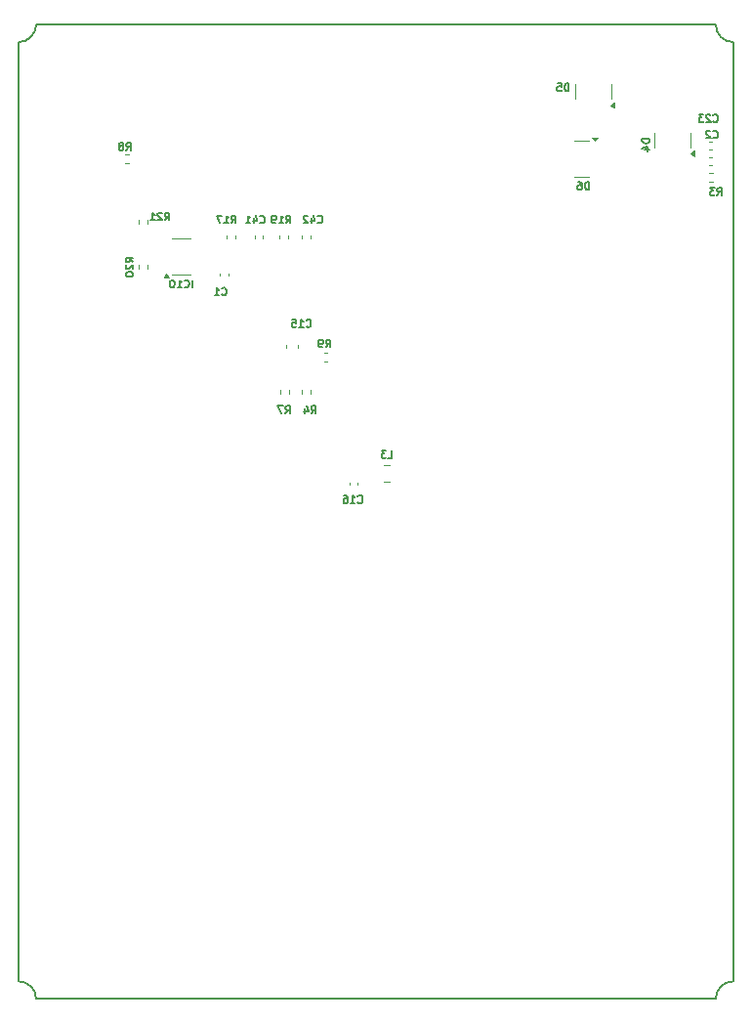
<source format=gbr>
%TF.GenerationSoftware,KiCad,Pcbnew,9.0.2*%
%TF.CreationDate,2025-07-11T15:34:56+01:00*%
%TF.ProjectId,FastStepper,46617374-5374-4657-9070-65722e6b6963,rev?*%
%TF.SameCoordinates,PX71f712cPY8e18f40*%
%TF.FileFunction,Legend,Bot*%
%TF.FilePolarity,Positive*%
%FSLAX46Y46*%
G04 Gerber Fmt 4.6, Leading zero omitted, Abs format (unit mm)*
G04 Created by KiCad (PCBNEW 9.0.2) date 2025-07-11 15:34:56*
%MOMM*%
%LPD*%
G01*
G04 APERTURE LIST*
%ADD10C,0.152400*%
%ADD11C,0.120000*%
%TA.AperFunction,Profile*%
%ADD12C,0.152400*%
%TD*%
%TA.AperFunction,Profile*%
%ADD13C,0.150000*%
%TD*%
G04 APERTURE END LIST*
D10*
X9927588Y63843943D02*
X9613112Y64064076D01*
X9927588Y64221314D02*
X9267188Y64221314D01*
X9267188Y64221314D02*
X9267188Y63969733D01*
X9267188Y63969733D02*
X9298636Y63906838D01*
X9298636Y63906838D02*
X9330083Y63875391D01*
X9330083Y63875391D02*
X9392979Y63843943D01*
X9392979Y63843943D02*
X9487321Y63843943D01*
X9487321Y63843943D02*
X9550217Y63875391D01*
X9550217Y63875391D02*
X9581664Y63906838D01*
X9581664Y63906838D02*
X9613112Y63969733D01*
X9613112Y63969733D02*
X9613112Y64221314D01*
X9330083Y63592362D02*
X9298636Y63560914D01*
X9298636Y63560914D02*
X9267188Y63498019D01*
X9267188Y63498019D02*
X9267188Y63340781D01*
X9267188Y63340781D02*
X9298636Y63277886D01*
X9298636Y63277886D02*
X9330083Y63246438D01*
X9330083Y63246438D02*
X9392979Y63214991D01*
X9392979Y63214991D02*
X9455874Y63214991D01*
X9455874Y63214991D02*
X9550217Y63246438D01*
X9550217Y63246438D02*
X9927588Y63623810D01*
X9927588Y63623810D02*
X9927588Y63214991D01*
X9267188Y62806172D02*
X9267188Y62743277D01*
X9267188Y62743277D02*
X9298636Y62680381D01*
X9298636Y62680381D02*
X9330083Y62648934D01*
X9330083Y62648934D02*
X9392979Y62617486D01*
X9392979Y62617486D02*
X9518769Y62586039D01*
X9518769Y62586039D02*
X9676007Y62586039D01*
X9676007Y62586039D02*
X9801798Y62617486D01*
X9801798Y62617486D02*
X9864693Y62648934D01*
X9864693Y62648934D02*
X9896141Y62680381D01*
X9896141Y62680381D02*
X9927588Y62743277D01*
X9927588Y62743277D02*
X9927588Y62806172D01*
X9927588Y62806172D02*
X9896141Y62869067D01*
X9896141Y62869067D02*
X9864693Y62900515D01*
X9864693Y62900515D02*
X9801798Y62931962D01*
X9801798Y62931962D02*
X9676007Y62963410D01*
X9676007Y62963410D02*
X9518769Y62963410D01*
X9518769Y62963410D02*
X9392979Y62931962D01*
X9392979Y62931962D02*
X9330083Y62900515D01*
X9330083Y62900515D02*
X9298636Y62869067D01*
X9298636Y62869067D02*
X9267188Y62806172D01*
X60211278Y76030307D02*
X60242726Y75998859D01*
X60242726Y75998859D02*
X60337068Y75967412D01*
X60337068Y75967412D02*
X60399964Y75967412D01*
X60399964Y75967412D02*
X60494307Y75998859D01*
X60494307Y75998859D02*
X60557202Y76061755D01*
X60557202Y76061755D02*
X60588649Y76124650D01*
X60588649Y76124650D02*
X60620097Y76250440D01*
X60620097Y76250440D02*
X60620097Y76344783D01*
X60620097Y76344783D02*
X60588649Y76470574D01*
X60588649Y76470574D02*
X60557202Y76533469D01*
X60557202Y76533469D02*
X60494307Y76596364D01*
X60494307Y76596364D02*
X60399964Y76627812D01*
X60399964Y76627812D02*
X60337068Y76627812D01*
X60337068Y76627812D02*
X60242726Y76596364D01*
X60242726Y76596364D02*
X60211278Y76564917D01*
X59959697Y76564917D02*
X59928249Y76596364D01*
X59928249Y76596364D02*
X59865354Y76627812D01*
X59865354Y76627812D02*
X59708116Y76627812D01*
X59708116Y76627812D02*
X59645221Y76596364D01*
X59645221Y76596364D02*
X59613773Y76564917D01*
X59613773Y76564917D02*
X59582326Y76502021D01*
X59582326Y76502021D02*
X59582326Y76439126D01*
X59582326Y76439126D02*
X59613773Y76344783D01*
X59613773Y76344783D02*
X59991145Y75967412D01*
X59991145Y75967412D02*
X59582326Y75967412D01*
X59362193Y76627812D02*
X58953374Y76627812D01*
X58953374Y76627812D02*
X59173507Y76376231D01*
X59173507Y76376231D02*
X59079164Y76376231D01*
X59079164Y76376231D02*
X59016269Y76344783D01*
X59016269Y76344783D02*
X58984821Y76313336D01*
X58984821Y76313336D02*
X58953374Y76250440D01*
X58953374Y76250440D02*
X58953374Y76093202D01*
X58953374Y76093202D02*
X58984821Y76030307D01*
X58984821Y76030307D02*
X59016269Y75998859D01*
X59016269Y75998859D02*
X59079164Y75967412D01*
X59079164Y75967412D02*
X59267850Y75967412D01*
X59267850Y75967412D02*
X59330745Y75998859D01*
X59330745Y75998859D02*
X59362193Y76030307D01*
X47677124Y78649659D02*
X47677124Y79310059D01*
X47677124Y79310059D02*
X47519886Y79310059D01*
X47519886Y79310059D02*
X47425543Y79278611D01*
X47425543Y79278611D02*
X47362648Y79215716D01*
X47362648Y79215716D02*
X47331201Y79152821D01*
X47331201Y79152821D02*
X47299753Y79027030D01*
X47299753Y79027030D02*
X47299753Y78932687D01*
X47299753Y78932687D02*
X47331201Y78806897D01*
X47331201Y78806897D02*
X47362648Y78744002D01*
X47362648Y78744002D02*
X47425543Y78681106D01*
X47425543Y78681106D02*
X47519886Y78649659D01*
X47519886Y78649659D02*
X47677124Y78649659D01*
X46702248Y79310059D02*
X47016724Y79310059D01*
X47016724Y79310059D02*
X47048172Y78995583D01*
X47048172Y78995583D02*
X47016724Y79027030D01*
X47016724Y79027030D02*
X46953829Y79058478D01*
X46953829Y79058478D02*
X46796591Y79058478D01*
X46796591Y79058478D02*
X46733696Y79027030D01*
X46733696Y79027030D02*
X46702248Y78995583D01*
X46702248Y78995583D02*
X46670801Y78932687D01*
X46670801Y78932687D02*
X46670801Y78775449D01*
X46670801Y78775449D02*
X46702248Y78712554D01*
X46702248Y78712554D02*
X46733696Y78681106D01*
X46733696Y78681106D02*
X46796591Y78649659D01*
X46796591Y78649659D02*
X46953829Y78649659D01*
X46953829Y78649659D02*
X47016724Y78681106D01*
X47016724Y78681106D02*
X47048172Y78712554D01*
X60554522Y69597520D02*
X60774655Y69911996D01*
X60931893Y69597520D02*
X60931893Y70257920D01*
X60931893Y70257920D02*
X60680312Y70257920D01*
X60680312Y70257920D02*
X60617417Y70226472D01*
X60617417Y70226472D02*
X60585970Y70195025D01*
X60585970Y70195025D02*
X60554522Y70132129D01*
X60554522Y70132129D02*
X60554522Y70037787D01*
X60554522Y70037787D02*
X60585970Y69974891D01*
X60585970Y69974891D02*
X60617417Y69943444D01*
X60617417Y69943444D02*
X60680312Y69911996D01*
X60680312Y69911996D02*
X60931893Y69911996D01*
X60334389Y70257920D02*
X59925570Y70257920D01*
X59925570Y70257920D02*
X60145703Y70006339D01*
X60145703Y70006339D02*
X60051360Y70006339D01*
X60051360Y70006339D02*
X59988465Y69974891D01*
X59988465Y69974891D02*
X59957017Y69943444D01*
X59957017Y69943444D02*
X59925570Y69880548D01*
X59925570Y69880548D02*
X59925570Y69723310D01*
X59925570Y69723310D02*
X59957017Y69660415D01*
X59957017Y69660415D02*
X59988465Y69628967D01*
X59988465Y69628967D02*
X60051360Y69597520D01*
X60051360Y69597520D02*
X60240046Y69597520D01*
X60240046Y69597520D02*
X60302941Y69628967D01*
X60302941Y69628967D02*
X60334389Y69660415D01*
X23173442Y67202412D02*
X23393575Y67516888D01*
X23550813Y67202412D02*
X23550813Y67862812D01*
X23550813Y67862812D02*
X23299232Y67862812D01*
X23299232Y67862812D02*
X23236337Y67831364D01*
X23236337Y67831364D02*
X23204890Y67799917D01*
X23204890Y67799917D02*
X23173442Y67737021D01*
X23173442Y67737021D02*
X23173442Y67642679D01*
X23173442Y67642679D02*
X23204890Y67579783D01*
X23204890Y67579783D02*
X23236337Y67548336D01*
X23236337Y67548336D02*
X23299232Y67516888D01*
X23299232Y67516888D02*
X23550813Y67516888D01*
X22544490Y67202412D02*
X22921861Y67202412D01*
X22733175Y67202412D02*
X22733175Y67862812D01*
X22733175Y67862812D02*
X22796071Y67768469D01*
X22796071Y67768469D02*
X22858966Y67705574D01*
X22858966Y67705574D02*
X22921861Y67674126D01*
X22230014Y67202412D02*
X22104223Y67202412D01*
X22104223Y67202412D02*
X22041328Y67233859D01*
X22041328Y67233859D02*
X22009880Y67265307D01*
X22009880Y67265307D02*
X21946985Y67359650D01*
X21946985Y67359650D02*
X21915538Y67485440D01*
X21915538Y67485440D02*
X21915538Y67737021D01*
X21915538Y67737021D02*
X21946985Y67799917D01*
X21946985Y67799917D02*
X21978433Y67831364D01*
X21978433Y67831364D02*
X22041328Y67862812D01*
X22041328Y67862812D02*
X22167119Y67862812D01*
X22167119Y67862812D02*
X22230014Y67831364D01*
X22230014Y67831364D02*
X22261461Y67799917D01*
X22261461Y67799917D02*
X22292909Y67737021D01*
X22292909Y67737021D02*
X22292909Y67579783D01*
X22292909Y67579783D02*
X22261461Y67516888D01*
X22261461Y67516888D02*
X22230014Y67485440D01*
X22230014Y67485440D02*
X22167119Y67453993D01*
X22167119Y67453993D02*
X22041328Y67453993D01*
X22041328Y67453993D02*
X21978433Y67485440D01*
X21978433Y67485440D02*
X21946985Y67516888D01*
X21946985Y67516888D02*
X21915538Y67579783D01*
X24923442Y58265307D02*
X24954890Y58233859D01*
X24954890Y58233859D02*
X25049232Y58202412D01*
X25049232Y58202412D02*
X25112128Y58202412D01*
X25112128Y58202412D02*
X25206471Y58233859D01*
X25206471Y58233859D02*
X25269366Y58296755D01*
X25269366Y58296755D02*
X25300813Y58359650D01*
X25300813Y58359650D02*
X25332261Y58485440D01*
X25332261Y58485440D02*
X25332261Y58579783D01*
X25332261Y58579783D02*
X25300813Y58705574D01*
X25300813Y58705574D02*
X25269366Y58768469D01*
X25269366Y58768469D02*
X25206471Y58831364D01*
X25206471Y58831364D02*
X25112128Y58862812D01*
X25112128Y58862812D02*
X25049232Y58862812D01*
X25049232Y58862812D02*
X24954890Y58831364D01*
X24954890Y58831364D02*
X24923442Y58799917D01*
X24294490Y58202412D02*
X24671861Y58202412D01*
X24483175Y58202412D02*
X24483175Y58862812D01*
X24483175Y58862812D02*
X24546071Y58768469D01*
X24546071Y58768469D02*
X24608966Y58705574D01*
X24608966Y58705574D02*
X24671861Y58674126D01*
X23696985Y58862812D02*
X24011461Y58862812D01*
X24011461Y58862812D02*
X24042909Y58548336D01*
X24042909Y58548336D02*
X24011461Y58579783D01*
X24011461Y58579783D02*
X23948566Y58611231D01*
X23948566Y58611231D02*
X23791328Y58611231D01*
X23791328Y58611231D02*
X23728433Y58579783D01*
X23728433Y58579783D02*
X23696985Y58548336D01*
X23696985Y58548336D02*
X23665538Y58485440D01*
X23665538Y58485440D02*
X23665538Y58328202D01*
X23665538Y58328202D02*
X23696985Y58265307D01*
X23696985Y58265307D02*
X23728433Y58233859D01*
X23728433Y58233859D02*
X23791328Y58202412D01*
X23791328Y58202412D02*
X23948566Y58202412D01*
X23948566Y58202412D02*
X24011461Y58233859D01*
X24011461Y58233859D02*
X24042909Y58265307D01*
X17608966Y61015307D02*
X17640414Y60983859D01*
X17640414Y60983859D02*
X17734756Y60952412D01*
X17734756Y60952412D02*
X17797652Y60952412D01*
X17797652Y60952412D02*
X17891995Y60983859D01*
X17891995Y60983859D02*
X17954890Y61046755D01*
X17954890Y61046755D02*
X17986337Y61109650D01*
X17986337Y61109650D02*
X18017785Y61235440D01*
X18017785Y61235440D02*
X18017785Y61329783D01*
X18017785Y61329783D02*
X17986337Y61455574D01*
X17986337Y61455574D02*
X17954890Y61518469D01*
X17954890Y61518469D02*
X17891995Y61581364D01*
X17891995Y61581364D02*
X17797652Y61612812D01*
X17797652Y61612812D02*
X17734756Y61612812D01*
X17734756Y61612812D02*
X17640414Y61581364D01*
X17640414Y61581364D02*
X17608966Y61549917D01*
X16980014Y60952412D02*
X17357385Y60952412D01*
X17168699Y60952412D02*
X17168699Y61612812D01*
X17168699Y61612812D02*
X17231595Y61518469D01*
X17231595Y61518469D02*
X17294490Y61455574D01*
X17294490Y61455574D02*
X17357385Y61424126D01*
X25923442Y67265307D02*
X25954890Y67233859D01*
X25954890Y67233859D02*
X26049232Y67202412D01*
X26049232Y67202412D02*
X26112128Y67202412D01*
X26112128Y67202412D02*
X26206471Y67233859D01*
X26206471Y67233859D02*
X26269366Y67296755D01*
X26269366Y67296755D02*
X26300813Y67359650D01*
X26300813Y67359650D02*
X26332261Y67485440D01*
X26332261Y67485440D02*
X26332261Y67579783D01*
X26332261Y67579783D02*
X26300813Y67705574D01*
X26300813Y67705574D02*
X26269366Y67768469D01*
X26269366Y67768469D02*
X26206471Y67831364D01*
X26206471Y67831364D02*
X26112128Y67862812D01*
X26112128Y67862812D02*
X26049232Y67862812D01*
X26049232Y67862812D02*
X25954890Y67831364D01*
X25954890Y67831364D02*
X25923442Y67799917D01*
X25357385Y67642679D02*
X25357385Y67202412D01*
X25514623Y67894259D02*
X25671861Y67422545D01*
X25671861Y67422545D02*
X25263042Y67422545D01*
X25042909Y67799917D02*
X25011461Y67831364D01*
X25011461Y67831364D02*
X24948566Y67862812D01*
X24948566Y67862812D02*
X24791328Y67862812D01*
X24791328Y67862812D02*
X24728433Y67831364D01*
X24728433Y67831364D02*
X24696985Y67799917D01*
X24696985Y67799917D02*
X24665538Y67737021D01*
X24665538Y67737021D02*
X24665538Y67674126D01*
X24665538Y67674126D02*
X24696985Y67579783D01*
X24696985Y67579783D02*
X25074357Y67202412D01*
X25074357Y67202412D02*
X24665538Y67202412D01*
X18423442Y67202412D02*
X18643575Y67516888D01*
X18800813Y67202412D02*
X18800813Y67862812D01*
X18800813Y67862812D02*
X18549232Y67862812D01*
X18549232Y67862812D02*
X18486337Y67831364D01*
X18486337Y67831364D02*
X18454890Y67799917D01*
X18454890Y67799917D02*
X18423442Y67737021D01*
X18423442Y67737021D02*
X18423442Y67642679D01*
X18423442Y67642679D02*
X18454890Y67579783D01*
X18454890Y67579783D02*
X18486337Y67548336D01*
X18486337Y67548336D02*
X18549232Y67516888D01*
X18549232Y67516888D02*
X18800813Y67516888D01*
X17794490Y67202412D02*
X18171861Y67202412D01*
X17983175Y67202412D02*
X17983175Y67862812D01*
X17983175Y67862812D02*
X18046071Y67768469D01*
X18046071Y67768469D02*
X18108966Y67705574D01*
X18108966Y67705574D02*
X18171861Y67674126D01*
X17574357Y67862812D02*
X17134090Y67862812D01*
X17134090Y67862812D02*
X17417119Y67202412D01*
X54696488Y74487438D02*
X54036088Y74487438D01*
X54036088Y74487438D02*
X54036088Y74330200D01*
X54036088Y74330200D02*
X54067536Y74235857D01*
X54067536Y74235857D02*
X54130431Y74172962D01*
X54130431Y74172962D02*
X54193326Y74141515D01*
X54193326Y74141515D02*
X54319117Y74110067D01*
X54319117Y74110067D02*
X54413460Y74110067D01*
X54413460Y74110067D02*
X54539250Y74141515D01*
X54539250Y74141515D02*
X54602145Y74172962D01*
X54602145Y74172962D02*
X54665041Y74235857D01*
X54665041Y74235857D02*
X54696488Y74330200D01*
X54696488Y74330200D02*
X54696488Y74487438D01*
X54256221Y73544010D02*
X54696488Y73544010D01*
X54004641Y73701248D02*
X54476355Y73858486D01*
X54476355Y73858486D02*
X54476355Y73449667D01*
X15059151Y61621812D02*
X15059151Y62282212D01*
X14367304Y61684707D02*
X14398752Y61653259D01*
X14398752Y61653259D02*
X14493094Y61621812D01*
X14493094Y61621812D02*
X14555990Y61621812D01*
X14555990Y61621812D02*
X14650333Y61653259D01*
X14650333Y61653259D02*
X14713228Y61716155D01*
X14713228Y61716155D02*
X14744675Y61779050D01*
X14744675Y61779050D02*
X14776123Y61904840D01*
X14776123Y61904840D02*
X14776123Y61999183D01*
X14776123Y61999183D02*
X14744675Y62124974D01*
X14744675Y62124974D02*
X14713228Y62187869D01*
X14713228Y62187869D02*
X14650333Y62250764D01*
X14650333Y62250764D02*
X14555990Y62282212D01*
X14555990Y62282212D02*
X14493094Y62282212D01*
X14493094Y62282212D02*
X14398752Y62250764D01*
X14398752Y62250764D02*
X14367304Y62219317D01*
X13738352Y61621812D02*
X14115723Y61621812D01*
X13927037Y61621812D02*
X13927037Y62282212D01*
X13927037Y62282212D02*
X13989933Y62187869D01*
X13989933Y62187869D02*
X14052828Y62124974D01*
X14052828Y62124974D02*
X14115723Y62093526D01*
X13329533Y62282212D02*
X13266638Y62282212D01*
X13266638Y62282212D02*
X13203742Y62250764D01*
X13203742Y62250764D02*
X13172295Y62219317D01*
X13172295Y62219317D02*
X13140847Y62156421D01*
X13140847Y62156421D02*
X13109400Y62030631D01*
X13109400Y62030631D02*
X13109400Y61873393D01*
X13109400Y61873393D02*
X13140847Y61747602D01*
X13140847Y61747602D02*
X13172295Y61684707D01*
X13172295Y61684707D02*
X13203742Y61653259D01*
X13203742Y61653259D02*
X13266638Y61621812D01*
X13266638Y61621812D02*
X13329533Y61621812D01*
X13329533Y61621812D02*
X13392428Y61653259D01*
X13392428Y61653259D02*
X13423876Y61684707D01*
X13423876Y61684707D02*
X13455323Y61747602D01*
X13455323Y61747602D02*
X13486771Y61873393D01*
X13486771Y61873393D02*
X13486771Y62030631D01*
X13486771Y62030631D02*
X13455323Y62156421D01*
X13455323Y62156421D02*
X13423876Y62219317D01*
X13423876Y62219317D02*
X13392428Y62250764D01*
X13392428Y62250764D02*
X13329533Y62282212D01*
X26608966Y56452412D02*
X26829099Y56766888D01*
X26986337Y56452412D02*
X26986337Y57112812D01*
X26986337Y57112812D02*
X26734756Y57112812D01*
X26734756Y57112812D02*
X26671861Y57081364D01*
X26671861Y57081364D02*
X26640414Y57049917D01*
X26640414Y57049917D02*
X26608966Y56987021D01*
X26608966Y56987021D02*
X26608966Y56892679D01*
X26608966Y56892679D02*
X26640414Y56829783D01*
X26640414Y56829783D02*
X26671861Y56798336D01*
X26671861Y56798336D02*
X26734756Y56766888D01*
X26734756Y56766888D02*
X26986337Y56766888D01*
X26294490Y56452412D02*
X26168699Y56452412D01*
X26168699Y56452412D02*
X26105804Y56483859D01*
X26105804Y56483859D02*
X26074356Y56515307D01*
X26074356Y56515307D02*
X26011461Y56609650D01*
X26011461Y56609650D02*
X25980014Y56735440D01*
X25980014Y56735440D02*
X25980014Y56987021D01*
X25980014Y56987021D02*
X26011461Y57049917D01*
X26011461Y57049917D02*
X26042909Y57081364D01*
X26042909Y57081364D02*
X26105804Y57112812D01*
X26105804Y57112812D02*
X26231595Y57112812D01*
X26231595Y57112812D02*
X26294490Y57081364D01*
X26294490Y57081364D02*
X26325937Y57049917D01*
X26325937Y57049917D02*
X26357385Y56987021D01*
X26357385Y56987021D02*
X26357385Y56829783D01*
X26357385Y56829783D02*
X26325937Y56766888D01*
X26325937Y56766888D02*
X26294490Y56735440D01*
X26294490Y56735440D02*
X26231595Y56703993D01*
X26231595Y56703993D02*
X26105804Y56703993D01*
X26105804Y56703993D02*
X26042909Y56735440D01*
X26042909Y56735440D02*
X26011461Y56766888D01*
X26011461Y56766888D02*
X25980014Y56829783D01*
X12673442Y67452412D02*
X12893575Y67766888D01*
X13050813Y67452412D02*
X13050813Y68112812D01*
X13050813Y68112812D02*
X12799232Y68112812D01*
X12799232Y68112812D02*
X12736337Y68081364D01*
X12736337Y68081364D02*
X12704890Y68049917D01*
X12704890Y68049917D02*
X12673442Y67987021D01*
X12673442Y67987021D02*
X12673442Y67892679D01*
X12673442Y67892679D02*
X12704890Y67829783D01*
X12704890Y67829783D02*
X12736337Y67798336D01*
X12736337Y67798336D02*
X12799232Y67766888D01*
X12799232Y67766888D02*
X13050813Y67766888D01*
X12421861Y68049917D02*
X12390413Y68081364D01*
X12390413Y68081364D02*
X12327518Y68112812D01*
X12327518Y68112812D02*
X12170280Y68112812D01*
X12170280Y68112812D02*
X12107385Y68081364D01*
X12107385Y68081364D02*
X12075937Y68049917D01*
X12075937Y68049917D02*
X12044490Y67987021D01*
X12044490Y67987021D02*
X12044490Y67924126D01*
X12044490Y67924126D02*
X12075937Y67829783D01*
X12075937Y67829783D02*
X12453309Y67452412D01*
X12453309Y67452412D02*
X12044490Y67452412D01*
X11415538Y67452412D02*
X11792909Y67452412D01*
X11604223Y67452412D02*
X11604223Y68112812D01*
X11604223Y68112812D02*
X11667119Y68018469D01*
X11667119Y68018469D02*
X11730014Y67955574D01*
X11730014Y67955574D02*
X11792909Y67924126D01*
X20923442Y67265307D02*
X20954890Y67233859D01*
X20954890Y67233859D02*
X21049232Y67202412D01*
X21049232Y67202412D02*
X21112128Y67202412D01*
X21112128Y67202412D02*
X21206471Y67233859D01*
X21206471Y67233859D02*
X21269366Y67296755D01*
X21269366Y67296755D02*
X21300813Y67359650D01*
X21300813Y67359650D02*
X21332261Y67485440D01*
X21332261Y67485440D02*
X21332261Y67579783D01*
X21332261Y67579783D02*
X21300813Y67705574D01*
X21300813Y67705574D02*
X21269366Y67768469D01*
X21269366Y67768469D02*
X21206471Y67831364D01*
X21206471Y67831364D02*
X21112128Y67862812D01*
X21112128Y67862812D02*
X21049232Y67862812D01*
X21049232Y67862812D02*
X20954890Y67831364D01*
X20954890Y67831364D02*
X20923442Y67799917D01*
X20357385Y67642679D02*
X20357385Y67202412D01*
X20514623Y67894259D02*
X20671861Y67422545D01*
X20671861Y67422545D02*
X20263042Y67422545D01*
X19665538Y67202412D02*
X20042909Y67202412D01*
X19854223Y67202412D02*
X19854223Y67862812D01*
X19854223Y67862812D02*
X19917119Y67768469D01*
X19917119Y67768469D02*
X19980014Y67705574D01*
X19980014Y67705574D02*
X20042909Y67674126D01*
X49451337Y70114912D02*
X49451337Y70775312D01*
X49451337Y70775312D02*
X49294099Y70775312D01*
X49294099Y70775312D02*
X49199756Y70743864D01*
X49199756Y70743864D02*
X49136861Y70680969D01*
X49136861Y70680969D02*
X49105414Y70618074D01*
X49105414Y70618074D02*
X49073966Y70492283D01*
X49073966Y70492283D02*
X49073966Y70397940D01*
X49073966Y70397940D02*
X49105414Y70272150D01*
X49105414Y70272150D02*
X49136861Y70209255D01*
X49136861Y70209255D02*
X49199756Y70146359D01*
X49199756Y70146359D02*
X49294099Y70114912D01*
X49294099Y70114912D02*
X49451337Y70114912D01*
X48507909Y70775312D02*
X48633699Y70775312D01*
X48633699Y70775312D02*
X48696595Y70743864D01*
X48696595Y70743864D02*
X48728042Y70712417D01*
X48728042Y70712417D02*
X48790937Y70618074D01*
X48790937Y70618074D02*
X48822385Y70492283D01*
X48822385Y70492283D02*
X48822385Y70240702D01*
X48822385Y70240702D02*
X48790937Y70177807D01*
X48790937Y70177807D02*
X48759490Y70146359D01*
X48759490Y70146359D02*
X48696595Y70114912D01*
X48696595Y70114912D02*
X48570804Y70114912D01*
X48570804Y70114912D02*
X48507909Y70146359D01*
X48507909Y70146359D02*
X48476461Y70177807D01*
X48476461Y70177807D02*
X48445014Y70240702D01*
X48445014Y70240702D02*
X48445014Y70397940D01*
X48445014Y70397940D02*
X48476461Y70460836D01*
X48476461Y70460836D02*
X48507909Y70492283D01*
X48507909Y70492283D02*
X48570804Y70523731D01*
X48570804Y70523731D02*
X48696595Y70523731D01*
X48696595Y70523731D02*
X48759490Y70492283D01*
X48759490Y70492283D02*
X48790937Y70460836D01*
X48790937Y70460836D02*
X48822385Y70397940D01*
X29397542Y43008707D02*
X29428990Y42977259D01*
X29428990Y42977259D02*
X29523332Y42945812D01*
X29523332Y42945812D02*
X29586228Y42945812D01*
X29586228Y42945812D02*
X29680571Y42977259D01*
X29680571Y42977259D02*
X29743466Y43040155D01*
X29743466Y43040155D02*
X29774913Y43103050D01*
X29774913Y43103050D02*
X29806361Y43228840D01*
X29806361Y43228840D02*
X29806361Y43323183D01*
X29806361Y43323183D02*
X29774913Y43448974D01*
X29774913Y43448974D02*
X29743466Y43511869D01*
X29743466Y43511869D02*
X29680571Y43574764D01*
X29680571Y43574764D02*
X29586228Y43606212D01*
X29586228Y43606212D02*
X29523332Y43606212D01*
X29523332Y43606212D02*
X29428990Y43574764D01*
X29428990Y43574764D02*
X29397542Y43543317D01*
X28768590Y42945812D02*
X29145961Y42945812D01*
X28957275Y42945812D02*
X28957275Y43606212D01*
X28957275Y43606212D02*
X29020171Y43511869D01*
X29020171Y43511869D02*
X29083066Y43448974D01*
X29083066Y43448974D02*
X29145961Y43417526D01*
X28202533Y43606212D02*
X28328323Y43606212D01*
X28328323Y43606212D02*
X28391219Y43574764D01*
X28391219Y43574764D02*
X28422666Y43543317D01*
X28422666Y43543317D02*
X28485561Y43448974D01*
X28485561Y43448974D02*
X28517009Y43323183D01*
X28517009Y43323183D02*
X28517009Y43071602D01*
X28517009Y43071602D02*
X28485561Y43008707D01*
X28485561Y43008707D02*
X28454114Y42977259D01*
X28454114Y42977259D02*
X28391219Y42945812D01*
X28391219Y42945812D02*
X28265428Y42945812D01*
X28265428Y42945812D02*
X28202533Y42977259D01*
X28202533Y42977259D02*
X28171085Y43008707D01*
X28171085Y43008707D02*
X28139638Y43071602D01*
X28139638Y43071602D02*
X28139638Y43228840D01*
X28139638Y43228840D02*
X28171085Y43291736D01*
X28171085Y43291736D02*
X28202533Y43323183D01*
X28202533Y43323183D02*
X28265428Y43354631D01*
X28265428Y43354631D02*
X28391219Y43354631D01*
X28391219Y43354631D02*
X28454114Y43323183D01*
X28454114Y43323183D02*
X28485561Y43291736D01*
X28485561Y43291736D02*
X28517009Y43228840D01*
X9323425Y73518358D02*
X9543558Y73832834D01*
X9700796Y73518358D02*
X9700796Y74178758D01*
X9700796Y74178758D02*
X9449215Y74178758D01*
X9449215Y74178758D02*
X9386320Y74147310D01*
X9386320Y74147310D02*
X9354873Y74115863D01*
X9354873Y74115863D02*
X9323425Y74052967D01*
X9323425Y74052967D02*
X9323425Y73958625D01*
X9323425Y73958625D02*
X9354873Y73895729D01*
X9354873Y73895729D02*
X9386320Y73864282D01*
X9386320Y73864282D02*
X9449215Y73832834D01*
X9449215Y73832834D02*
X9700796Y73832834D01*
X8946054Y73895729D02*
X9008949Y73927177D01*
X9008949Y73927177D02*
X9040396Y73958625D01*
X9040396Y73958625D02*
X9071844Y74021520D01*
X9071844Y74021520D02*
X9071844Y74052967D01*
X9071844Y74052967D02*
X9040396Y74115863D01*
X9040396Y74115863D02*
X9008949Y74147310D01*
X9008949Y74147310D02*
X8946054Y74178758D01*
X8946054Y74178758D02*
X8820263Y74178758D01*
X8820263Y74178758D02*
X8757368Y74147310D01*
X8757368Y74147310D02*
X8725920Y74115863D01*
X8725920Y74115863D02*
X8694473Y74052967D01*
X8694473Y74052967D02*
X8694473Y74021520D01*
X8694473Y74021520D02*
X8725920Y73958625D01*
X8725920Y73958625D02*
X8757368Y73927177D01*
X8757368Y73927177D02*
X8820263Y73895729D01*
X8820263Y73895729D02*
X8946054Y73895729D01*
X8946054Y73895729D02*
X9008949Y73864282D01*
X9008949Y73864282D02*
X9040396Y73832834D01*
X9040396Y73832834D02*
X9071844Y73769939D01*
X9071844Y73769939D02*
X9071844Y73644148D01*
X9071844Y73644148D02*
X9040396Y73581253D01*
X9040396Y73581253D02*
X9008949Y73549805D01*
X9008949Y73549805D02*
X8946054Y73518358D01*
X8946054Y73518358D02*
X8820263Y73518358D01*
X8820263Y73518358D02*
X8757368Y73549805D01*
X8757368Y73549805D02*
X8725920Y73581253D01*
X8725920Y73581253D02*
X8694473Y73644148D01*
X8694473Y73644148D02*
X8694473Y73769939D01*
X8694473Y73769939D02*
X8725920Y73832834D01*
X8725920Y73832834D02*
X8757368Y73864282D01*
X8757368Y73864282D02*
X8820263Y73895729D01*
X23108966Y50702412D02*
X23329099Y51016888D01*
X23486337Y50702412D02*
X23486337Y51362812D01*
X23486337Y51362812D02*
X23234756Y51362812D01*
X23234756Y51362812D02*
X23171861Y51331364D01*
X23171861Y51331364D02*
X23140414Y51299917D01*
X23140414Y51299917D02*
X23108966Y51237021D01*
X23108966Y51237021D02*
X23108966Y51142679D01*
X23108966Y51142679D02*
X23140414Y51079783D01*
X23140414Y51079783D02*
X23171861Y51048336D01*
X23171861Y51048336D02*
X23234756Y51016888D01*
X23234756Y51016888D02*
X23486337Y51016888D01*
X22888833Y51362812D02*
X22448566Y51362812D01*
X22448566Y51362812D02*
X22731595Y50702412D01*
X60196802Y74630307D02*
X60228250Y74598859D01*
X60228250Y74598859D02*
X60322592Y74567412D01*
X60322592Y74567412D02*
X60385488Y74567412D01*
X60385488Y74567412D02*
X60479831Y74598859D01*
X60479831Y74598859D02*
X60542726Y74661755D01*
X60542726Y74661755D02*
X60574173Y74724650D01*
X60574173Y74724650D02*
X60605621Y74850440D01*
X60605621Y74850440D02*
X60605621Y74944783D01*
X60605621Y74944783D02*
X60574173Y75070574D01*
X60574173Y75070574D02*
X60542726Y75133469D01*
X60542726Y75133469D02*
X60479831Y75196364D01*
X60479831Y75196364D02*
X60385488Y75227812D01*
X60385488Y75227812D02*
X60322592Y75227812D01*
X60322592Y75227812D02*
X60228250Y75196364D01*
X60228250Y75196364D02*
X60196802Y75164917D01*
X59945221Y75164917D02*
X59913773Y75196364D01*
X59913773Y75196364D02*
X59850878Y75227812D01*
X59850878Y75227812D02*
X59693640Y75227812D01*
X59693640Y75227812D02*
X59630745Y75196364D01*
X59630745Y75196364D02*
X59599297Y75164917D01*
X59599297Y75164917D02*
X59567850Y75102021D01*
X59567850Y75102021D02*
X59567850Y75039126D01*
X59567850Y75039126D02*
X59599297Y74944783D01*
X59599297Y74944783D02*
X59976669Y74567412D01*
X59976669Y74567412D02*
X59567850Y74567412D01*
X25358966Y50702412D02*
X25579099Y51016888D01*
X25736337Y50702412D02*
X25736337Y51362812D01*
X25736337Y51362812D02*
X25484756Y51362812D01*
X25484756Y51362812D02*
X25421861Y51331364D01*
X25421861Y51331364D02*
X25390414Y51299917D01*
X25390414Y51299917D02*
X25358966Y51237021D01*
X25358966Y51237021D02*
X25358966Y51142679D01*
X25358966Y51142679D02*
X25390414Y51079783D01*
X25390414Y51079783D02*
X25421861Y51048336D01*
X25421861Y51048336D02*
X25484756Y51016888D01*
X25484756Y51016888D02*
X25736337Y51016888D01*
X24792909Y51142679D02*
X24792909Y50702412D01*
X24950147Y51394259D02*
X25107385Y50922545D01*
X25107385Y50922545D02*
X24698566Y50922545D01*
X32010066Y46871812D02*
X32324542Y46871812D01*
X32324542Y46871812D02*
X32324542Y47532212D01*
X31852828Y47532212D02*
X31444009Y47532212D01*
X31444009Y47532212D02*
X31664142Y47280631D01*
X31664142Y47280631D02*
X31569799Y47280631D01*
X31569799Y47280631D02*
X31506904Y47249183D01*
X31506904Y47249183D02*
X31475456Y47217736D01*
X31475456Y47217736D02*
X31444009Y47154840D01*
X31444009Y47154840D02*
X31444009Y46997602D01*
X31444009Y46997602D02*
X31475456Y46934707D01*
X31475456Y46934707D02*
X31506904Y46903259D01*
X31506904Y46903259D02*
X31569799Y46871812D01*
X31569799Y46871812D02*
X31758485Y46871812D01*
X31758485Y46871812D02*
X31821380Y46903259D01*
X31821380Y46903259D02*
X31852828Y46934707D01*
D11*
%TO.C,R20*%
X10420000Y63573041D02*
X10420000Y63265759D01*
X11180000Y63573041D02*
X11180000Y63265759D01*
%TO.C,C23*%
X59871064Y74285000D02*
X60086736Y74285000D01*
X59871064Y73565000D02*
X60086736Y73565000D01*
%TO.C,D5*%
X48238900Y78600000D02*
X48238900Y79250000D01*
X48238900Y78600000D02*
X48238900Y77950000D01*
X51358900Y78600000D02*
X51358900Y79250000D01*
X51358900Y78600000D02*
X51358900Y77950000D01*
X51638900Y77197500D02*
X51308900Y77437500D01*
X51638900Y77677500D01*
X51638900Y77197500D01*
G36*
X51638900Y77197500D02*
G01*
X51308900Y77437500D01*
X51638900Y77677500D01*
X51638900Y77197500D01*
G37*
%TO.C,R3*%
X59845259Y71567500D02*
X60152541Y71567500D01*
X59845259Y70807500D02*
X60152541Y70807500D01*
%TO.C,R19*%
X22620000Y66173041D02*
X22620000Y65865759D01*
X23380000Y66173041D02*
X23380000Y65865759D01*
%TO.C,C15*%
X23190000Y56378820D02*
X23190000Y56659980D01*
X24210000Y56378820D02*
X24210000Y56659980D01*
%TO.C,C1*%
X17438000Y62875236D02*
X17438000Y62659564D01*
X18158000Y62875236D02*
X18158000Y62659564D01*
%TO.C,C42*%
X24540000Y66127236D02*
X24540000Y65911564D01*
X25260000Y66127236D02*
X25260000Y65911564D01*
%TO.C,R17*%
X18020000Y65865759D02*
X18020000Y66173041D01*
X18780000Y65865759D02*
X18780000Y66173041D01*
%TO.C,D4*%
X55138900Y74400000D02*
X55138900Y75050000D01*
X55138900Y74400000D02*
X55138900Y73750000D01*
X58258900Y74400000D02*
X58258900Y75050000D01*
X58258900Y74400000D02*
X58258900Y73750000D01*
X58538900Y72997500D02*
X58208900Y73237500D01*
X58538900Y73477500D01*
X58538900Y72997500D01*
G36*
X58538900Y72997500D02*
G01*
X58208900Y73237500D01*
X58538900Y73477500D01*
X58538900Y72997500D01*
G37*
%TO.C,IC10*%
X14100000Y65879400D02*
X13300000Y65879400D01*
X14100000Y65879400D02*
X14900000Y65879400D01*
X14100000Y62759400D02*
X13300000Y62759400D01*
X14100000Y62759400D02*
X14900000Y62759400D01*
X13040000Y62479400D02*
X12560000Y62479400D01*
X12800000Y62809400D01*
X13040000Y62479400D01*
G36*
X13040000Y62479400D02*
G01*
X12560000Y62479400D01*
X12800000Y62809400D01*
X13040000Y62479400D01*
G37*
%TO.C,R9*%
X26446359Y55999400D02*
X26753641Y55999400D01*
X26446359Y55239400D02*
X26753641Y55239400D01*
%TO.C,R21*%
X10420000Y67473041D02*
X10420000Y67165759D01*
X11180000Y67473041D02*
X11180000Y67165759D01*
%TO.C,C41*%
X20440000Y65911564D02*
X20440000Y66127236D01*
X21160000Y65911564D02*
X21160000Y66127236D01*
%TO.C,D6*%
X48798900Y74360000D02*
X48148900Y74360000D01*
X48798900Y74360000D02*
X49448900Y74360000D01*
X48798900Y71240000D02*
X48148900Y71240000D01*
X48798900Y71240000D02*
X49448900Y71240000D01*
X49961400Y74310000D02*
X49721400Y74640000D01*
X50201400Y74640000D01*
X49961400Y74310000D01*
G36*
X49961400Y74310000D02*
G01*
X49721400Y74640000D01*
X50201400Y74640000D01*
X49961400Y74310000D01*
G37*
%TO.C,C16*%
X28640000Y44727236D02*
X28640000Y44511564D01*
X29360000Y44727236D02*
X29360000Y44511564D01*
%TO.C,R8*%
X9213359Y73195346D02*
X9520641Y73195346D01*
X9213359Y72435346D02*
X9520641Y72435346D01*
%TO.C,R7*%
X22644000Y52745041D02*
X22644000Y52437759D01*
X23404000Y52745041D02*
X23404000Y52437759D01*
%TO.C,C2*%
X60086736Y72916250D02*
X59871064Y72916250D01*
X60086736Y72196250D02*
X59871064Y72196250D01*
%TO.C,R4*%
X24497200Y52442959D02*
X24497200Y52750241D01*
X25257200Y52442959D02*
X25257200Y52750241D01*
%TO.C,L3*%
X32127064Y46254400D02*
X31672936Y46254400D01*
X32127064Y44784400D02*
X31672936Y44784400D01*
%TD*%
D12*
X60423900Y0D02*
G75*
G02*
X61923900Y1500000I1500000J0D01*
G01*
X1500000Y0D02*
X60423900Y0D01*
X0Y1500000D02*
G75*
G02*
X1500000Y0I0J-1500000D01*
G01*
X1500000Y84400000D02*
G75*
G02*
X0Y82900000I-1500000J0D01*
G01*
D13*
X61923900Y1500000D02*
X61923900Y82900000D01*
D12*
X60423900Y84400000D02*
X1500000Y84400000D01*
X0Y82900000D02*
X0Y1500000D01*
X61923900Y82900000D02*
G75*
G02*
X60423900Y84400000I0J1500000D01*
G01*
M02*

</source>
